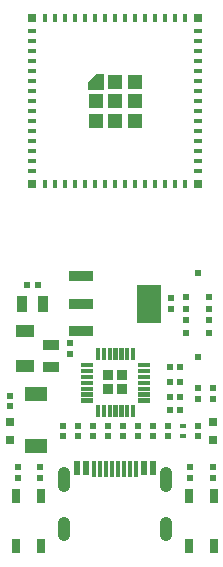
<source format=gtp>
G75*
%MOIN*%
%OFA0B0*%
%FSLAX25Y25*%
%IPPOS*%
%LPD*%
%AMOC8*
5,1,8,0,0,1.08239X$1,22.5*
%
%ADD10R,0.02362X0.05118*%
%ADD11R,0.01181X0.05709*%
%ADD12C,0.04134*%
%ADD13R,0.02559X0.04724*%
%ADD14R,0.08465X0.03740*%
%ADD15R,0.08465X0.12795*%
%ADD16R,0.02441X0.02441*%
%ADD17R,0.07480X0.04724*%
%ADD18R,0.05512X0.03543*%
%ADD19R,0.03543X0.05512*%
%ADD20R,0.03150X0.03150*%
%ADD21R,0.01969X0.01575*%
%ADD22R,0.01969X0.02362*%
%ADD23R,0.03780X0.03780*%
%ADD24C,0.00080*%
%ADD25R,0.06299X0.03937*%
%ADD26C,0.00039*%
%ADD27R,0.03150X0.01575*%
%ADD28R,0.01575X0.03150*%
%ADD29R,0.04724X0.04724*%
D10*
X0041505Y0034066D03*
X0044654Y0034066D03*
X0063946Y0034066D03*
X0067095Y0034066D03*
D11*
X0061190Y0033770D03*
X0059221Y0033770D03*
X0057253Y0033770D03*
X0055284Y0033770D03*
X0053316Y0033770D03*
X0051347Y0033770D03*
X0049379Y0033770D03*
X0047410Y0033770D03*
D12*
X0037292Y0032240D02*
X0037292Y0028106D01*
X0037292Y0015778D02*
X0037292Y0011644D01*
X0071308Y0011644D02*
X0071308Y0015778D01*
X0071308Y0028106D02*
X0071308Y0032240D01*
D13*
X0021318Y0007835D03*
X0029782Y0007835D03*
X0029782Y0024765D03*
X0021318Y0024765D03*
X0078818Y0024765D03*
X0087282Y0024765D03*
X0087282Y0007835D03*
X0078818Y0007835D03*
D14*
X0042883Y0079745D03*
X0042883Y0088800D03*
X0042883Y0097855D03*
D15*
X0065717Y0088800D03*
D16*
X0073050Y0087028D03*
X0073050Y0090572D03*
X0078050Y0086822D03*
X0078050Y0083278D03*
X0085550Y0083278D03*
X0085550Y0086822D03*
X0076072Y0067550D03*
X0076072Y0062550D03*
X0076072Y0057550D03*
X0076072Y0053175D03*
X0072528Y0053175D03*
X0072528Y0057550D03*
X0072528Y0062550D03*
X0072528Y0067550D03*
X0081800Y0060572D03*
X0081800Y0057028D03*
X0086800Y0057028D03*
X0086800Y0060572D03*
X0081800Y0048072D03*
X0081800Y0044528D03*
X0079300Y0034322D03*
X0079300Y0030778D03*
X0086800Y0030778D03*
X0086800Y0034322D03*
X0071800Y0044528D03*
X0071800Y0048072D03*
X0066800Y0048072D03*
X0066800Y0044528D03*
X0061800Y0044528D03*
X0061800Y0048072D03*
X0056800Y0048072D03*
X0056800Y0044528D03*
X0051800Y0044528D03*
X0051800Y0048072D03*
X0046800Y0048072D03*
X0046800Y0044528D03*
X0041800Y0044528D03*
X0041800Y0048072D03*
X0036800Y0048072D03*
X0036800Y0044528D03*
X0029300Y0034322D03*
X0029300Y0030778D03*
X0021800Y0030778D03*
X0021800Y0034322D03*
X0019300Y0054528D03*
X0019300Y0058072D03*
X0025028Y0095050D03*
X0028572Y0095050D03*
X0039300Y0075572D03*
X0039300Y0072028D03*
D17*
X0028050Y0058711D03*
X0028050Y0041389D03*
D18*
X0033050Y0067757D03*
X0033050Y0074843D03*
D19*
X0030343Y0088800D03*
X0023257Y0088800D03*
D20*
X0019300Y0049253D03*
X0019300Y0043347D03*
X0026741Y0128741D03*
X0026741Y0183859D03*
X0081859Y0183859D03*
X0081859Y0128741D03*
X0086800Y0049253D03*
X0086800Y0043347D03*
D21*
X0076800Y0044725D03*
X0076800Y0047875D03*
D22*
X0081800Y0071113D03*
X0078060Y0078987D03*
X0078060Y0091113D03*
X0081800Y0098987D03*
X0085540Y0091113D03*
X0085540Y0078987D03*
D23*
X0056702Y0064952D03*
X0056702Y0060148D03*
X0051898Y0060148D03*
X0051898Y0064952D03*
D24*
X0051800Y0070169D02*
X0051800Y0073829D01*
X0052862Y0073829D01*
X0052862Y0070169D01*
X0051800Y0070169D01*
X0051800Y0070248D02*
X0052862Y0070248D01*
X0052862Y0070327D02*
X0051800Y0070327D01*
X0051800Y0070406D02*
X0052862Y0070406D01*
X0052862Y0070485D02*
X0051800Y0070485D01*
X0051800Y0070564D02*
X0052862Y0070564D01*
X0052862Y0070643D02*
X0051800Y0070643D01*
X0051800Y0070722D02*
X0052862Y0070722D01*
X0052862Y0070801D02*
X0051800Y0070801D01*
X0051800Y0070880D02*
X0052862Y0070880D01*
X0052862Y0070959D02*
X0051800Y0070959D01*
X0051800Y0071038D02*
X0052862Y0071038D01*
X0052862Y0071117D02*
X0051800Y0071117D01*
X0051800Y0071196D02*
X0052862Y0071196D01*
X0052862Y0071275D02*
X0051800Y0071275D01*
X0051800Y0071354D02*
X0052862Y0071354D01*
X0052862Y0071433D02*
X0051800Y0071433D01*
X0051800Y0071512D02*
X0052862Y0071512D01*
X0052862Y0071591D02*
X0051800Y0071591D01*
X0051800Y0071670D02*
X0052862Y0071670D01*
X0052862Y0071749D02*
X0051800Y0071749D01*
X0051800Y0071828D02*
X0052862Y0071828D01*
X0052862Y0071907D02*
X0051800Y0071907D01*
X0051800Y0071986D02*
X0052862Y0071986D01*
X0052862Y0072065D02*
X0051800Y0072065D01*
X0051800Y0072144D02*
X0052862Y0072144D01*
X0052862Y0072223D02*
X0051800Y0072223D01*
X0051800Y0072302D02*
X0052862Y0072302D01*
X0052862Y0072381D02*
X0051800Y0072381D01*
X0051800Y0072460D02*
X0052862Y0072460D01*
X0052862Y0072539D02*
X0051800Y0072539D01*
X0051800Y0072618D02*
X0052862Y0072618D01*
X0052862Y0072697D02*
X0051800Y0072697D01*
X0051800Y0072776D02*
X0052862Y0072776D01*
X0052862Y0072855D02*
X0051800Y0072855D01*
X0051800Y0072934D02*
X0052862Y0072934D01*
X0052862Y0073013D02*
X0051800Y0073013D01*
X0051800Y0073092D02*
X0052862Y0073092D01*
X0052862Y0073171D02*
X0051800Y0073171D01*
X0051800Y0073250D02*
X0052862Y0073250D01*
X0052862Y0073329D02*
X0051800Y0073329D01*
X0051800Y0073408D02*
X0052862Y0073408D01*
X0052862Y0073487D02*
X0051800Y0073487D01*
X0051800Y0073566D02*
X0052862Y0073566D01*
X0052862Y0073645D02*
X0051800Y0073645D01*
X0051800Y0073724D02*
X0052862Y0073724D01*
X0052862Y0073803D02*
X0051800Y0073803D01*
X0049832Y0073829D02*
X0049832Y0070169D01*
X0049832Y0073829D02*
X0050894Y0073829D01*
X0050894Y0070169D01*
X0049832Y0070169D01*
X0049832Y0070248D02*
X0050894Y0070248D01*
X0050894Y0070327D02*
X0049832Y0070327D01*
X0049832Y0070406D02*
X0050894Y0070406D01*
X0050894Y0070485D02*
X0049832Y0070485D01*
X0049832Y0070564D02*
X0050894Y0070564D01*
X0050894Y0070643D02*
X0049832Y0070643D01*
X0049832Y0070722D02*
X0050894Y0070722D01*
X0050894Y0070801D02*
X0049832Y0070801D01*
X0049832Y0070880D02*
X0050894Y0070880D01*
X0050894Y0070959D02*
X0049832Y0070959D01*
X0049832Y0071038D02*
X0050894Y0071038D01*
X0050894Y0071117D02*
X0049832Y0071117D01*
X0049832Y0071196D02*
X0050894Y0071196D01*
X0050894Y0071275D02*
X0049832Y0071275D01*
X0049832Y0071354D02*
X0050894Y0071354D01*
X0050894Y0071433D02*
X0049832Y0071433D01*
X0049832Y0071512D02*
X0050894Y0071512D01*
X0050894Y0071591D02*
X0049832Y0071591D01*
X0049832Y0071670D02*
X0050894Y0071670D01*
X0050894Y0071749D02*
X0049832Y0071749D01*
X0049832Y0071828D02*
X0050894Y0071828D01*
X0050894Y0071907D02*
X0049832Y0071907D01*
X0049832Y0071986D02*
X0050894Y0071986D01*
X0050894Y0072065D02*
X0049832Y0072065D01*
X0049832Y0072144D02*
X0050894Y0072144D01*
X0050894Y0072223D02*
X0049832Y0072223D01*
X0049832Y0072302D02*
X0050894Y0072302D01*
X0050894Y0072381D02*
X0049832Y0072381D01*
X0049832Y0072460D02*
X0050894Y0072460D01*
X0050894Y0072539D02*
X0049832Y0072539D01*
X0049832Y0072618D02*
X0050894Y0072618D01*
X0050894Y0072697D02*
X0049832Y0072697D01*
X0049832Y0072776D02*
X0050894Y0072776D01*
X0050894Y0072855D02*
X0049832Y0072855D01*
X0049832Y0072934D02*
X0050894Y0072934D01*
X0050894Y0073013D02*
X0049832Y0073013D01*
X0049832Y0073092D02*
X0050894Y0073092D01*
X0050894Y0073171D02*
X0049832Y0073171D01*
X0049832Y0073250D02*
X0050894Y0073250D01*
X0050894Y0073329D02*
X0049832Y0073329D01*
X0049832Y0073408D02*
X0050894Y0073408D01*
X0050894Y0073487D02*
X0049832Y0073487D01*
X0049832Y0073566D02*
X0050894Y0073566D01*
X0050894Y0073645D02*
X0049832Y0073645D01*
X0049832Y0073724D02*
X0050894Y0073724D01*
X0050894Y0073803D02*
X0049832Y0073803D01*
X0047863Y0073829D02*
X0047863Y0070169D01*
X0047863Y0073829D02*
X0048925Y0073829D01*
X0048925Y0070169D01*
X0047863Y0070169D01*
X0047863Y0070248D02*
X0048925Y0070248D01*
X0048925Y0070327D02*
X0047863Y0070327D01*
X0047863Y0070406D02*
X0048925Y0070406D01*
X0048925Y0070485D02*
X0047863Y0070485D01*
X0047863Y0070564D02*
X0048925Y0070564D01*
X0048925Y0070643D02*
X0047863Y0070643D01*
X0047863Y0070722D02*
X0048925Y0070722D01*
X0048925Y0070801D02*
X0047863Y0070801D01*
X0047863Y0070880D02*
X0048925Y0070880D01*
X0048925Y0070959D02*
X0047863Y0070959D01*
X0047863Y0071038D02*
X0048925Y0071038D01*
X0048925Y0071117D02*
X0047863Y0071117D01*
X0047863Y0071196D02*
X0048925Y0071196D01*
X0048925Y0071275D02*
X0047863Y0071275D01*
X0047863Y0071354D02*
X0048925Y0071354D01*
X0048925Y0071433D02*
X0047863Y0071433D01*
X0047863Y0071512D02*
X0048925Y0071512D01*
X0048925Y0071591D02*
X0047863Y0071591D01*
X0047863Y0071670D02*
X0048925Y0071670D01*
X0048925Y0071749D02*
X0047863Y0071749D01*
X0047863Y0071828D02*
X0048925Y0071828D01*
X0048925Y0071907D02*
X0047863Y0071907D01*
X0047863Y0071986D02*
X0048925Y0071986D01*
X0048925Y0072065D02*
X0047863Y0072065D01*
X0047863Y0072144D02*
X0048925Y0072144D01*
X0048925Y0072223D02*
X0047863Y0072223D01*
X0047863Y0072302D02*
X0048925Y0072302D01*
X0048925Y0072381D02*
X0047863Y0072381D01*
X0047863Y0072460D02*
X0048925Y0072460D01*
X0048925Y0072539D02*
X0047863Y0072539D01*
X0047863Y0072618D02*
X0048925Y0072618D01*
X0048925Y0072697D02*
X0047863Y0072697D01*
X0047863Y0072776D02*
X0048925Y0072776D01*
X0048925Y0072855D02*
X0047863Y0072855D01*
X0047863Y0072934D02*
X0048925Y0072934D01*
X0048925Y0073013D02*
X0047863Y0073013D01*
X0047863Y0073092D02*
X0048925Y0073092D01*
X0048925Y0073171D02*
X0047863Y0073171D01*
X0047863Y0073250D02*
X0048925Y0073250D01*
X0048925Y0073329D02*
X0047863Y0073329D01*
X0047863Y0073408D02*
X0048925Y0073408D01*
X0048925Y0073487D02*
X0047863Y0073487D01*
X0047863Y0073566D02*
X0048925Y0073566D01*
X0048925Y0073645D02*
X0047863Y0073645D01*
X0047863Y0073724D02*
X0048925Y0073724D01*
X0048925Y0073803D02*
X0047863Y0073803D01*
X0046681Y0067925D02*
X0043021Y0067925D01*
X0043021Y0068987D01*
X0046681Y0068987D01*
X0046681Y0067925D01*
X0046681Y0068004D02*
X0043021Y0068004D01*
X0043021Y0068083D02*
X0046681Y0068083D01*
X0046681Y0068162D02*
X0043021Y0068162D01*
X0043021Y0068241D02*
X0046681Y0068241D01*
X0046681Y0068320D02*
X0043021Y0068320D01*
X0043021Y0068399D02*
X0046681Y0068399D01*
X0046681Y0068478D02*
X0043021Y0068478D01*
X0043021Y0068557D02*
X0046681Y0068557D01*
X0046681Y0068636D02*
X0043021Y0068636D01*
X0043021Y0068715D02*
X0046681Y0068715D01*
X0046681Y0068794D02*
X0043021Y0068794D01*
X0043021Y0068873D02*
X0046681Y0068873D01*
X0046681Y0068952D02*
X0043021Y0068952D01*
X0043021Y0065956D02*
X0046681Y0065956D01*
X0043021Y0065956D02*
X0043021Y0067018D01*
X0046681Y0067018D01*
X0046681Y0065956D01*
X0046681Y0066035D02*
X0043021Y0066035D01*
X0043021Y0066114D02*
X0046681Y0066114D01*
X0046681Y0066193D02*
X0043021Y0066193D01*
X0043021Y0066272D02*
X0046681Y0066272D01*
X0046681Y0066351D02*
X0043021Y0066351D01*
X0043021Y0066430D02*
X0046681Y0066430D01*
X0046681Y0066509D02*
X0043021Y0066509D01*
X0043021Y0066588D02*
X0046681Y0066588D01*
X0046681Y0066667D02*
X0043021Y0066667D01*
X0043021Y0066746D02*
X0046681Y0066746D01*
X0046681Y0066825D02*
X0043021Y0066825D01*
X0043021Y0066904D02*
X0046681Y0066904D01*
X0046681Y0066983D02*
X0043021Y0066983D01*
X0043021Y0063988D02*
X0046681Y0063988D01*
X0043021Y0063988D02*
X0043021Y0065050D01*
X0046681Y0065050D01*
X0046681Y0063988D01*
X0046681Y0064067D02*
X0043021Y0064067D01*
X0043021Y0064146D02*
X0046681Y0064146D01*
X0046681Y0064225D02*
X0043021Y0064225D01*
X0043021Y0064304D02*
X0046681Y0064304D01*
X0046681Y0064383D02*
X0043021Y0064383D01*
X0043021Y0064462D02*
X0046681Y0064462D01*
X0046681Y0064541D02*
X0043021Y0064541D01*
X0043021Y0064620D02*
X0046681Y0064620D01*
X0046681Y0064699D02*
X0043021Y0064699D01*
X0043021Y0064778D02*
X0046681Y0064778D01*
X0046681Y0064857D02*
X0043021Y0064857D01*
X0043021Y0064936D02*
X0046681Y0064936D01*
X0046681Y0065015D02*
X0043021Y0065015D01*
X0043021Y0062019D02*
X0046681Y0062019D01*
X0043021Y0062019D02*
X0043021Y0063081D01*
X0046681Y0063081D01*
X0046681Y0062019D01*
X0046681Y0062098D02*
X0043021Y0062098D01*
X0043021Y0062177D02*
X0046681Y0062177D01*
X0046681Y0062256D02*
X0043021Y0062256D01*
X0043021Y0062335D02*
X0046681Y0062335D01*
X0046681Y0062414D02*
X0043021Y0062414D01*
X0043021Y0062493D02*
X0046681Y0062493D01*
X0046681Y0062572D02*
X0043021Y0062572D01*
X0043021Y0062651D02*
X0046681Y0062651D01*
X0046681Y0062730D02*
X0043021Y0062730D01*
X0043021Y0062809D02*
X0046681Y0062809D01*
X0046681Y0062888D02*
X0043021Y0062888D01*
X0043021Y0062967D02*
X0046681Y0062967D01*
X0046681Y0063046D02*
X0043021Y0063046D01*
X0043021Y0060050D02*
X0046681Y0060050D01*
X0043021Y0060050D02*
X0043021Y0061112D01*
X0046681Y0061112D01*
X0046681Y0060050D01*
X0046681Y0060129D02*
X0043021Y0060129D01*
X0043021Y0060208D02*
X0046681Y0060208D01*
X0046681Y0060287D02*
X0043021Y0060287D01*
X0043021Y0060366D02*
X0046681Y0060366D01*
X0046681Y0060445D02*
X0043021Y0060445D01*
X0043021Y0060524D02*
X0046681Y0060524D01*
X0046681Y0060603D02*
X0043021Y0060603D01*
X0043021Y0060682D02*
X0046681Y0060682D01*
X0046681Y0060761D02*
X0043021Y0060761D01*
X0043021Y0060840D02*
X0046681Y0060840D01*
X0046681Y0060919D02*
X0043021Y0060919D01*
X0043021Y0060998D02*
X0046681Y0060998D01*
X0046681Y0061077D02*
X0043021Y0061077D01*
X0043021Y0058082D02*
X0046681Y0058082D01*
X0043021Y0058082D02*
X0043021Y0059144D01*
X0046681Y0059144D01*
X0046681Y0058082D01*
X0046681Y0058161D02*
X0043021Y0058161D01*
X0043021Y0058240D02*
X0046681Y0058240D01*
X0046681Y0058319D02*
X0043021Y0058319D01*
X0043021Y0058398D02*
X0046681Y0058398D01*
X0046681Y0058477D02*
X0043021Y0058477D01*
X0043021Y0058556D02*
X0046681Y0058556D01*
X0046681Y0058635D02*
X0043021Y0058635D01*
X0043021Y0058714D02*
X0046681Y0058714D01*
X0046681Y0058793D02*
X0043021Y0058793D01*
X0043021Y0058872D02*
X0046681Y0058872D01*
X0046681Y0058951D02*
X0043021Y0058951D01*
X0043021Y0059030D02*
X0046681Y0059030D01*
X0046681Y0059109D02*
X0043021Y0059109D01*
X0043021Y0056113D02*
X0046681Y0056113D01*
X0043021Y0056113D02*
X0043021Y0057175D01*
X0046681Y0057175D01*
X0046681Y0056113D01*
X0046681Y0056192D02*
X0043021Y0056192D01*
X0043021Y0056271D02*
X0046681Y0056271D01*
X0046681Y0056350D02*
X0043021Y0056350D01*
X0043021Y0056429D02*
X0046681Y0056429D01*
X0046681Y0056508D02*
X0043021Y0056508D01*
X0043021Y0056587D02*
X0046681Y0056587D01*
X0046681Y0056666D02*
X0043021Y0056666D01*
X0043021Y0056745D02*
X0046681Y0056745D01*
X0046681Y0056824D02*
X0043021Y0056824D01*
X0043021Y0056903D02*
X0046681Y0056903D01*
X0046681Y0056982D02*
X0043021Y0056982D01*
X0043021Y0057061D02*
X0046681Y0057061D01*
X0046681Y0057140D02*
X0043021Y0057140D01*
X0048925Y0054931D02*
X0048925Y0051271D01*
X0047863Y0051271D01*
X0047863Y0054931D01*
X0048925Y0054931D01*
X0048925Y0051350D02*
X0047863Y0051350D01*
X0047863Y0051429D02*
X0048925Y0051429D01*
X0048925Y0051508D02*
X0047863Y0051508D01*
X0047863Y0051587D02*
X0048925Y0051587D01*
X0048925Y0051666D02*
X0047863Y0051666D01*
X0047863Y0051745D02*
X0048925Y0051745D01*
X0048925Y0051824D02*
X0047863Y0051824D01*
X0047863Y0051903D02*
X0048925Y0051903D01*
X0048925Y0051982D02*
X0047863Y0051982D01*
X0047863Y0052061D02*
X0048925Y0052061D01*
X0048925Y0052140D02*
X0047863Y0052140D01*
X0047863Y0052219D02*
X0048925Y0052219D01*
X0048925Y0052298D02*
X0047863Y0052298D01*
X0047863Y0052377D02*
X0048925Y0052377D01*
X0048925Y0052456D02*
X0047863Y0052456D01*
X0047863Y0052535D02*
X0048925Y0052535D01*
X0048925Y0052614D02*
X0047863Y0052614D01*
X0047863Y0052693D02*
X0048925Y0052693D01*
X0048925Y0052772D02*
X0047863Y0052772D01*
X0047863Y0052851D02*
X0048925Y0052851D01*
X0048925Y0052930D02*
X0047863Y0052930D01*
X0047863Y0053009D02*
X0048925Y0053009D01*
X0048925Y0053088D02*
X0047863Y0053088D01*
X0047863Y0053167D02*
X0048925Y0053167D01*
X0048925Y0053246D02*
X0047863Y0053246D01*
X0047863Y0053325D02*
X0048925Y0053325D01*
X0048925Y0053404D02*
X0047863Y0053404D01*
X0047863Y0053483D02*
X0048925Y0053483D01*
X0048925Y0053562D02*
X0047863Y0053562D01*
X0047863Y0053641D02*
X0048925Y0053641D01*
X0048925Y0053720D02*
X0047863Y0053720D01*
X0047863Y0053799D02*
X0048925Y0053799D01*
X0048925Y0053878D02*
X0047863Y0053878D01*
X0047863Y0053957D02*
X0048925Y0053957D01*
X0048925Y0054036D02*
X0047863Y0054036D01*
X0047863Y0054115D02*
X0048925Y0054115D01*
X0048925Y0054194D02*
X0047863Y0054194D01*
X0047863Y0054273D02*
X0048925Y0054273D01*
X0048925Y0054352D02*
X0047863Y0054352D01*
X0047863Y0054431D02*
X0048925Y0054431D01*
X0048925Y0054510D02*
X0047863Y0054510D01*
X0047863Y0054589D02*
X0048925Y0054589D01*
X0048925Y0054668D02*
X0047863Y0054668D01*
X0047863Y0054747D02*
X0048925Y0054747D01*
X0048925Y0054826D02*
X0047863Y0054826D01*
X0047863Y0054905D02*
X0048925Y0054905D01*
X0050894Y0054931D02*
X0050894Y0051271D01*
X0049832Y0051271D01*
X0049832Y0054931D01*
X0050894Y0054931D01*
X0050894Y0051350D02*
X0049832Y0051350D01*
X0049832Y0051429D02*
X0050894Y0051429D01*
X0050894Y0051508D02*
X0049832Y0051508D01*
X0049832Y0051587D02*
X0050894Y0051587D01*
X0050894Y0051666D02*
X0049832Y0051666D01*
X0049832Y0051745D02*
X0050894Y0051745D01*
X0050894Y0051824D02*
X0049832Y0051824D01*
X0049832Y0051903D02*
X0050894Y0051903D01*
X0050894Y0051982D02*
X0049832Y0051982D01*
X0049832Y0052061D02*
X0050894Y0052061D01*
X0050894Y0052140D02*
X0049832Y0052140D01*
X0049832Y0052219D02*
X0050894Y0052219D01*
X0050894Y0052298D02*
X0049832Y0052298D01*
X0049832Y0052377D02*
X0050894Y0052377D01*
X0050894Y0052456D02*
X0049832Y0052456D01*
X0049832Y0052535D02*
X0050894Y0052535D01*
X0050894Y0052614D02*
X0049832Y0052614D01*
X0049832Y0052693D02*
X0050894Y0052693D01*
X0050894Y0052772D02*
X0049832Y0052772D01*
X0049832Y0052851D02*
X0050894Y0052851D01*
X0050894Y0052930D02*
X0049832Y0052930D01*
X0049832Y0053009D02*
X0050894Y0053009D01*
X0050894Y0053088D02*
X0049832Y0053088D01*
X0049832Y0053167D02*
X0050894Y0053167D01*
X0050894Y0053246D02*
X0049832Y0053246D01*
X0049832Y0053325D02*
X0050894Y0053325D01*
X0050894Y0053404D02*
X0049832Y0053404D01*
X0049832Y0053483D02*
X0050894Y0053483D01*
X0050894Y0053562D02*
X0049832Y0053562D01*
X0049832Y0053641D02*
X0050894Y0053641D01*
X0050894Y0053720D02*
X0049832Y0053720D01*
X0049832Y0053799D02*
X0050894Y0053799D01*
X0050894Y0053878D02*
X0049832Y0053878D01*
X0049832Y0053957D02*
X0050894Y0053957D01*
X0050894Y0054036D02*
X0049832Y0054036D01*
X0049832Y0054115D02*
X0050894Y0054115D01*
X0050894Y0054194D02*
X0049832Y0054194D01*
X0049832Y0054273D02*
X0050894Y0054273D01*
X0050894Y0054352D02*
X0049832Y0054352D01*
X0049832Y0054431D02*
X0050894Y0054431D01*
X0050894Y0054510D02*
X0049832Y0054510D01*
X0049832Y0054589D02*
X0050894Y0054589D01*
X0050894Y0054668D02*
X0049832Y0054668D01*
X0049832Y0054747D02*
X0050894Y0054747D01*
X0050894Y0054826D02*
X0049832Y0054826D01*
X0049832Y0054905D02*
X0050894Y0054905D01*
X0052862Y0054931D02*
X0052862Y0051271D01*
X0051800Y0051271D01*
X0051800Y0054931D01*
X0052862Y0054931D01*
X0052862Y0051350D02*
X0051800Y0051350D01*
X0051800Y0051429D02*
X0052862Y0051429D01*
X0052862Y0051508D02*
X0051800Y0051508D01*
X0051800Y0051587D02*
X0052862Y0051587D01*
X0052862Y0051666D02*
X0051800Y0051666D01*
X0051800Y0051745D02*
X0052862Y0051745D01*
X0052862Y0051824D02*
X0051800Y0051824D01*
X0051800Y0051903D02*
X0052862Y0051903D01*
X0052862Y0051982D02*
X0051800Y0051982D01*
X0051800Y0052061D02*
X0052862Y0052061D01*
X0052862Y0052140D02*
X0051800Y0052140D01*
X0051800Y0052219D02*
X0052862Y0052219D01*
X0052862Y0052298D02*
X0051800Y0052298D01*
X0051800Y0052377D02*
X0052862Y0052377D01*
X0052862Y0052456D02*
X0051800Y0052456D01*
X0051800Y0052535D02*
X0052862Y0052535D01*
X0052862Y0052614D02*
X0051800Y0052614D01*
X0051800Y0052693D02*
X0052862Y0052693D01*
X0052862Y0052772D02*
X0051800Y0052772D01*
X0051800Y0052851D02*
X0052862Y0052851D01*
X0052862Y0052930D02*
X0051800Y0052930D01*
X0051800Y0053009D02*
X0052862Y0053009D01*
X0052862Y0053088D02*
X0051800Y0053088D01*
X0051800Y0053167D02*
X0052862Y0053167D01*
X0052862Y0053246D02*
X0051800Y0053246D01*
X0051800Y0053325D02*
X0052862Y0053325D01*
X0052862Y0053404D02*
X0051800Y0053404D01*
X0051800Y0053483D02*
X0052862Y0053483D01*
X0052862Y0053562D02*
X0051800Y0053562D01*
X0051800Y0053641D02*
X0052862Y0053641D01*
X0052862Y0053720D02*
X0051800Y0053720D01*
X0051800Y0053799D02*
X0052862Y0053799D01*
X0052862Y0053878D02*
X0051800Y0053878D01*
X0051800Y0053957D02*
X0052862Y0053957D01*
X0052862Y0054036D02*
X0051800Y0054036D01*
X0051800Y0054115D02*
X0052862Y0054115D01*
X0052862Y0054194D02*
X0051800Y0054194D01*
X0051800Y0054273D02*
X0052862Y0054273D01*
X0052862Y0054352D02*
X0051800Y0054352D01*
X0051800Y0054431D02*
X0052862Y0054431D01*
X0052862Y0054510D02*
X0051800Y0054510D01*
X0051800Y0054589D02*
X0052862Y0054589D01*
X0052862Y0054668D02*
X0051800Y0054668D01*
X0051800Y0054747D02*
X0052862Y0054747D01*
X0052862Y0054826D02*
X0051800Y0054826D01*
X0051800Y0054905D02*
X0052862Y0054905D01*
X0054831Y0054931D02*
X0054831Y0051271D01*
X0053769Y0051271D01*
X0053769Y0054931D01*
X0054831Y0054931D01*
X0054831Y0051350D02*
X0053769Y0051350D01*
X0053769Y0051429D02*
X0054831Y0051429D01*
X0054831Y0051508D02*
X0053769Y0051508D01*
X0053769Y0051587D02*
X0054831Y0051587D01*
X0054831Y0051666D02*
X0053769Y0051666D01*
X0053769Y0051745D02*
X0054831Y0051745D01*
X0054831Y0051824D02*
X0053769Y0051824D01*
X0053769Y0051903D02*
X0054831Y0051903D01*
X0054831Y0051982D02*
X0053769Y0051982D01*
X0053769Y0052061D02*
X0054831Y0052061D01*
X0054831Y0052140D02*
X0053769Y0052140D01*
X0053769Y0052219D02*
X0054831Y0052219D01*
X0054831Y0052298D02*
X0053769Y0052298D01*
X0053769Y0052377D02*
X0054831Y0052377D01*
X0054831Y0052456D02*
X0053769Y0052456D01*
X0053769Y0052535D02*
X0054831Y0052535D01*
X0054831Y0052614D02*
X0053769Y0052614D01*
X0053769Y0052693D02*
X0054831Y0052693D01*
X0054831Y0052772D02*
X0053769Y0052772D01*
X0053769Y0052851D02*
X0054831Y0052851D01*
X0054831Y0052930D02*
X0053769Y0052930D01*
X0053769Y0053009D02*
X0054831Y0053009D01*
X0054831Y0053088D02*
X0053769Y0053088D01*
X0053769Y0053167D02*
X0054831Y0053167D01*
X0054831Y0053246D02*
X0053769Y0053246D01*
X0053769Y0053325D02*
X0054831Y0053325D01*
X0054831Y0053404D02*
X0053769Y0053404D01*
X0053769Y0053483D02*
X0054831Y0053483D01*
X0054831Y0053562D02*
X0053769Y0053562D01*
X0053769Y0053641D02*
X0054831Y0053641D01*
X0054831Y0053720D02*
X0053769Y0053720D01*
X0053769Y0053799D02*
X0054831Y0053799D01*
X0054831Y0053878D02*
X0053769Y0053878D01*
X0053769Y0053957D02*
X0054831Y0053957D01*
X0054831Y0054036D02*
X0053769Y0054036D01*
X0053769Y0054115D02*
X0054831Y0054115D01*
X0054831Y0054194D02*
X0053769Y0054194D01*
X0053769Y0054273D02*
X0054831Y0054273D01*
X0054831Y0054352D02*
X0053769Y0054352D01*
X0053769Y0054431D02*
X0054831Y0054431D01*
X0054831Y0054510D02*
X0053769Y0054510D01*
X0053769Y0054589D02*
X0054831Y0054589D01*
X0054831Y0054668D02*
X0053769Y0054668D01*
X0053769Y0054747D02*
X0054831Y0054747D01*
X0054831Y0054826D02*
X0053769Y0054826D01*
X0053769Y0054905D02*
X0054831Y0054905D01*
X0056800Y0054931D02*
X0056800Y0051271D01*
X0055738Y0051271D01*
X0055738Y0054931D01*
X0056800Y0054931D01*
X0056800Y0051350D02*
X0055738Y0051350D01*
X0055738Y0051429D02*
X0056800Y0051429D01*
X0056800Y0051508D02*
X0055738Y0051508D01*
X0055738Y0051587D02*
X0056800Y0051587D01*
X0056800Y0051666D02*
X0055738Y0051666D01*
X0055738Y0051745D02*
X0056800Y0051745D01*
X0056800Y0051824D02*
X0055738Y0051824D01*
X0055738Y0051903D02*
X0056800Y0051903D01*
X0056800Y0051982D02*
X0055738Y0051982D01*
X0055738Y0052061D02*
X0056800Y0052061D01*
X0056800Y0052140D02*
X0055738Y0052140D01*
X0055738Y0052219D02*
X0056800Y0052219D01*
X0056800Y0052298D02*
X0055738Y0052298D01*
X0055738Y0052377D02*
X0056800Y0052377D01*
X0056800Y0052456D02*
X0055738Y0052456D01*
X0055738Y0052535D02*
X0056800Y0052535D01*
X0056800Y0052614D02*
X0055738Y0052614D01*
X0055738Y0052693D02*
X0056800Y0052693D01*
X0056800Y0052772D02*
X0055738Y0052772D01*
X0055738Y0052851D02*
X0056800Y0052851D01*
X0056800Y0052930D02*
X0055738Y0052930D01*
X0055738Y0053009D02*
X0056800Y0053009D01*
X0056800Y0053088D02*
X0055738Y0053088D01*
X0055738Y0053167D02*
X0056800Y0053167D01*
X0056800Y0053246D02*
X0055738Y0053246D01*
X0055738Y0053325D02*
X0056800Y0053325D01*
X0056800Y0053404D02*
X0055738Y0053404D01*
X0055738Y0053483D02*
X0056800Y0053483D01*
X0056800Y0053562D02*
X0055738Y0053562D01*
X0055738Y0053641D02*
X0056800Y0053641D01*
X0056800Y0053720D02*
X0055738Y0053720D01*
X0055738Y0053799D02*
X0056800Y0053799D01*
X0056800Y0053878D02*
X0055738Y0053878D01*
X0055738Y0053957D02*
X0056800Y0053957D01*
X0056800Y0054036D02*
X0055738Y0054036D01*
X0055738Y0054115D02*
X0056800Y0054115D01*
X0056800Y0054194D02*
X0055738Y0054194D01*
X0055738Y0054273D02*
X0056800Y0054273D01*
X0056800Y0054352D02*
X0055738Y0054352D01*
X0055738Y0054431D02*
X0056800Y0054431D01*
X0056800Y0054510D02*
X0055738Y0054510D01*
X0055738Y0054589D02*
X0056800Y0054589D01*
X0056800Y0054668D02*
X0055738Y0054668D01*
X0055738Y0054747D02*
X0056800Y0054747D01*
X0056800Y0054826D02*
X0055738Y0054826D01*
X0055738Y0054905D02*
X0056800Y0054905D01*
X0058768Y0054931D02*
X0058768Y0051271D01*
X0057706Y0051271D01*
X0057706Y0054931D01*
X0058768Y0054931D01*
X0058768Y0051350D02*
X0057706Y0051350D01*
X0057706Y0051429D02*
X0058768Y0051429D01*
X0058768Y0051508D02*
X0057706Y0051508D01*
X0057706Y0051587D02*
X0058768Y0051587D01*
X0058768Y0051666D02*
X0057706Y0051666D01*
X0057706Y0051745D02*
X0058768Y0051745D01*
X0058768Y0051824D02*
X0057706Y0051824D01*
X0057706Y0051903D02*
X0058768Y0051903D01*
X0058768Y0051982D02*
X0057706Y0051982D01*
X0057706Y0052061D02*
X0058768Y0052061D01*
X0058768Y0052140D02*
X0057706Y0052140D01*
X0057706Y0052219D02*
X0058768Y0052219D01*
X0058768Y0052298D02*
X0057706Y0052298D01*
X0057706Y0052377D02*
X0058768Y0052377D01*
X0058768Y0052456D02*
X0057706Y0052456D01*
X0057706Y0052535D02*
X0058768Y0052535D01*
X0058768Y0052614D02*
X0057706Y0052614D01*
X0057706Y0052693D02*
X0058768Y0052693D01*
X0058768Y0052772D02*
X0057706Y0052772D01*
X0057706Y0052851D02*
X0058768Y0052851D01*
X0058768Y0052930D02*
X0057706Y0052930D01*
X0057706Y0053009D02*
X0058768Y0053009D01*
X0058768Y0053088D02*
X0057706Y0053088D01*
X0057706Y0053167D02*
X0058768Y0053167D01*
X0058768Y0053246D02*
X0057706Y0053246D01*
X0057706Y0053325D02*
X0058768Y0053325D01*
X0058768Y0053404D02*
X0057706Y0053404D01*
X0057706Y0053483D02*
X0058768Y0053483D01*
X0058768Y0053562D02*
X0057706Y0053562D01*
X0057706Y0053641D02*
X0058768Y0053641D01*
X0058768Y0053720D02*
X0057706Y0053720D01*
X0057706Y0053799D02*
X0058768Y0053799D01*
X0058768Y0053878D02*
X0057706Y0053878D01*
X0057706Y0053957D02*
X0058768Y0053957D01*
X0058768Y0054036D02*
X0057706Y0054036D01*
X0057706Y0054115D02*
X0058768Y0054115D01*
X0058768Y0054194D02*
X0057706Y0054194D01*
X0057706Y0054273D02*
X0058768Y0054273D01*
X0058768Y0054352D02*
X0057706Y0054352D01*
X0057706Y0054431D02*
X0058768Y0054431D01*
X0058768Y0054510D02*
X0057706Y0054510D01*
X0057706Y0054589D02*
X0058768Y0054589D01*
X0058768Y0054668D02*
X0057706Y0054668D01*
X0057706Y0054747D02*
X0058768Y0054747D01*
X0058768Y0054826D02*
X0057706Y0054826D01*
X0057706Y0054905D02*
X0058768Y0054905D01*
X0060737Y0054931D02*
X0060737Y0051271D01*
X0059675Y0051271D01*
X0059675Y0054931D01*
X0060737Y0054931D01*
X0060737Y0051350D02*
X0059675Y0051350D01*
X0059675Y0051429D02*
X0060737Y0051429D01*
X0060737Y0051508D02*
X0059675Y0051508D01*
X0059675Y0051587D02*
X0060737Y0051587D01*
X0060737Y0051666D02*
X0059675Y0051666D01*
X0059675Y0051745D02*
X0060737Y0051745D01*
X0060737Y0051824D02*
X0059675Y0051824D01*
X0059675Y0051903D02*
X0060737Y0051903D01*
X0060737Y0051982D02*
X0059675Y0051982D01*
X0059675Y0052061D02*
X0060737Y0052061D01*
X0060737Y0052140D02*
X0059675Y0052140D01*
X0059675Y0052219D02*
X0060737Y0052219D01*
X0060737Y0052298D02*
X0059675Y0052298D01*
X0059675Y0052377D02*
X0060737Y0052377D01*
X0060737Y0052456D02*
X0059675Y0052456D01*
X0059675Y0052535D02*
X0060737Y0052535D01*
X0060737Y0052614D02*
X0059675Y0052614D01*
X0059675Y0052693D02*
X0060737Y0052693D01*
X0060737Y0052772D02*
X0059675Y0052772D01*
X0059675Y0052851D02*
X0060737Y0052851D01*
X0060737Y0052930D02*
X0059675Y0052930D01*
X0059675Y0053009D02*
X0060737Y0053009D01*
X0060737Y0053088D02*
X0059675Y0053088D01*
X0059675Y0053167D02*
X0060737Y0053167D01*
X0060737Y0053246D02*
X0059675Y0053246D01*
X0059675Y0053325D02*
X0060737Y0053325D01*
X0060737Y0053404D02*
X0059675Y0053404D01*
X0059675Y0053483D02*
X0060737Y0053483D01*
X0060737Y0053562D02*
X0059675Y0053562D01*
X0059675Y0053641D02*
X0060737Y0053641D01*
X0060737Y0053720D02*
X0059675Y0053720D01*
X0059675Y0053799D02*
X0060737Y0053799D01*
X0060737Y0053878D02*
X0059675Y0053878D01*
X0059675Y0053957D02*
X0060737Y0053957D01*
X0060737Y0054036D02*
X0059675Y0054036D01*
X0059675Y0054115D02*
X0060737Y0054115D01*
X0060737Y0054194D02*
X0059675Y0054194D01*
X0059675Y0054273D02*
X0060737Y0054273D01*
X0060737Y0054352D02*
X0059675Y0054352D01*
X0059675Y0054431D02*
X0060737Y0054431D01*
X0060737Y0054510D02*
X0059675Y0054510D01*
X0059675Y0054589D02*
X0060737Y0054589D01*
X0060737Y0054668D02*
X0059675Y0054668D01*
X0059675Y0054747D02*
X0060737Y0054747D01*
X0060737Y0054826D02*
X0059675Y0054826D01*
X0059675Y0054905D02*
X0060737Y0054905D01*
X0061919Y0057175D02*
X0065579Y0057175D01*
X0065579Y0056113D01*
X0061919Y0056113D01*
X0061919Y0057175D01*
X0061919Y0056192D02*
X0065579Y0056192D01*
X0065579Y0056271D02*
X0061919Y0056271D01*
X0061919Y0056350D02*
X0065579Y0056350D01*
X0065579Y0056429D02*
X0061919Y0056429D01*
X0061919Y0056508D02*
X0065579Y0056508D01*
X0065579Y0056587D02*
X0061919Y0056587D01*
X0061919Y0056666D02*
X0065579Y0056666D01*
X0065579Y0056745D02*
X0061919Y0056745D01*
X0061919Y0056824D02*
X0065579Y0056824D01*
X0065579Y0056903D02*
X0061919Y0056903D01*
X0061919Y0056982D02*
X0065579Y0056982D01*
X0065579Y0057061D02*
X0061919Y0057061D01*
X0061919Y0057140D02*
X0065579Y0057140D01*
X0065579Y0059144D02*
X0061919Y0059144D01*
X0065579Y0059144D02*
X0065579Y0058082D01*
X0061919Y0058082D01*
X0061919Y0059144D01*
X0061919Y0058161D02*
X0065579Y0058161D01*
X0065579Y0058240D02*
X0061919Y0058240D01*
X0061919Y0058319D02*
X0065579Y0058319D01*
X0065579Y0058398D02*
X0061919Y0058398D01*
X0061919Y0058477D02*
X0065579Y0058477D01*
X0065579Y0058556D02*
X0061919Y0058556D01*
X0061919Y0058635D02*
X0065579Y0058635D01*
X0065579Y0058714D02*
X0061919Y0058714D01*
X0061919Y0058793D02*
X0065579Y0058793D01*
X0065579Y0058872D02*
X0061919Y0058872D01*
X0061919Y0058951D02*
X0065579Y0058951D01*
X0065579Y0059030D02*
X0061919Y0059030D01*
X0061919Y0059109D02*
X0065579Y0059109D01*
X0065579Y0061112D02*
X0061919Y0061112D01*
X0065579Y0061112D02*
X0065579Y0060050D01*
X0061919Y0060050D01*
X0061919Y0061112D01*
X0061919Y0060129D02*
X0065579Y0060129D01*
X0065579Y0060208D02*
X0061919Y0060208D01*
X0061919Y0060287D02*
X0065579Y0060287D01*
X0065579Y0060366D02*
X0061919Y0060366D01*
X0061919Y0060445D02*
X0065579Y0060445D01*
X0065579Y0060524D02*
X0061919Y0060524D01*
X0061919Y0060603D02*
X0065579Y0060603D01*
X0065579Y0060682D02*
X0061919Y0060682D01*
X0061919Y0060761D02*
X0065579Y0060761D01*
X0065579Y0060840D02*
X0061919Y0060840D01*
X0061919Y0060919D02*
X0065579Y0060919D01*
X0065579Y0060998D02*
X0061919Y0060998D01*
X0061919Y0061077D02*
X0065579Y0061077D01*
X0065579Y0063081D02*
X0061919Y0063081D01*
X0065579Y0063081D02*
X0065579Y0062019D01*
X0061919Y0062019D01*
X0061919Y0063081D01*
X0061919Y0062098D02*
X0065579Y0062098D01*
X0065579Y0062177D02*
X0061919Y0062177D01*
X0061919Y0062256D02*
X0065579Y0062256D01*
X0065579Y0062335D02*
X0061919Y0062335D01*
X0061919Y0062414D02*
X0065579Y0062414D01*
X0065579Y0062493D02*
X0061919Y0062493D01*
X0061919Y0062572D02*
X0065579Y0062572D01*
X0065579Y0062651D02*
X0061919Y0062651D01*
X0061919Y0062730D02*
X0065579Y0062730D01*
X0065579Y0062809D02*
X0061919Y0062809D01*
X0061919Y0062888D02*
X0065579Y0062888D01*
X0065579Y0062967D02*
X0061919Y0062967D01*
X0061919Y0063046D02*
X0065579Y0063046D01*
X0065579Y0065050D02*
X0061919Y0065050D01*
X0065579Y0065050D02*
X0065579Y0063988D01*
X0061919Y0063988D01*
X0061919Y0065050D01*
X0061919Y0064067D02*
X0065579Y0064067D01*
X0065579Y0064146D02*
X0061919Y0064146D01*
X0061919Y0064225D02*
X0065579Y0064225D01*
X0065579Y0064304D02*
X0061919Y0064304D01*
X0061919Y0064383D02*
X0065579Y0064383D01*
X0065579Y0064462D02*
X0061919Y0064462D01*
X0061919Y0064541D02*
X0065579Y0064541D01*
X0065579Y0064620D02*
X0061919Y0064620D01*
X0061919Y0064699D02*
X0065579Y0064699D01*
X0065579Y0064778D02*
X0061919Y0064778D01*
X0061919Y0064857D02*
X0065579Y0064857D01*
X0065579Y0064936D02*
X0061919Y0064936D01*
X0061919Y0065015D02*
X0065579Y0065015D01*
X0065579Y0067018D02*
X0061919Y0067018D01*
X0065579Y0067018D02*
X0065579Y0065956D01*
X0061919Y0065956D01*
X0061919Y0067018D01*
X0061919Y0066035D02*
X0065579Y0066035D01*
X0065579Y0066114D02*
X0061919Y0066114D01*
X0061919Y0066193D02*
X0065579Y0066193D01*
X0065579Y0066272D02*
X0061919Y0066272D01*
X0061919Y0066351D02*
X0065579Y0066351D01*
X0065579Y0066430D02*
X0061919Y0066430D01*
X0061919Y0066509D02*
X0065579Y0066509D01*
X0065579Y0066588D02*
X0061919Y0066588D01*
X0061919Y0066667D02*
X0065579Y0066667D01*
X0065579Y0066746D02*
X0061919Y0066746D01*
X0061919Y0066825D02*
X0065579Y0066825D01*
X0065579Y0066904D02*
X0061919Y0066904D01*
X0061919Y0066983D02*
X0065579Y0066983D01*
X0065579Y0068987D02*
X0061919Y0068987D01*
X0065579Y0068987D02*
X0065579Y0067925D01*
X0061919Y0067925D01*
X0061919Y0068987D01*
X0061919Y0068004D02*
X0065579Y0068004D01*
X0065579Y0068083D02*
X0061919Y0068083D01*
X0061919Y0068162D02*
X0065579Y0068162D01*
X0065579Y0068241D02*
X0061919Y0068241D01*
X0061919Y0068320D02*
X0065579Y0068320D01*
X0065579Y0068399D02*
X0061919Y0068399D01*
X0061919Y0068478D02*
X0065579Y0068478D01*
X0065579Y0068557D02*
X0061919Y0068557D01*
X0061919Y0068636D02*
X0065579Y0068636D01*
X0065579Y0068715D02*
X0061919Y0068715D01*
X0061919Y0068794D02*
X0065579Y0068794D01*
X0065579Y0068873D02*
X0061919Y0068873D01*
X0061919Y0068952D02*
X0065579Y0068952D01*
X0059675Y0070169D02*
X0059675Y0073829D01*
X0060737Y0073829D01*
X0060737Y0070169D01*
X0059675Y0070169D01*
X0059675Y0070248D02*
X0060737Y0070248D01*
X0060737Y0070327D02*
X0059675Y0070327D01*
X0059675Y0070406D02*
X0060737Y0070406D01*
X0060737Y0070485D02*
X0059675Y0070485D01*
X0059675Y0070564D02*
X0060737Y0070564D01*
X0060737Y0070643D02*
X0059675Y0070643D01*
X0059675Y0070722D02*
X0060737Y0070722D01*
X0060737Y0070801D02*
X0059675Y0070801D01*
X0059675Y0070880D02*
X0060737Y0070880D01*
X0060737Y0070959D02*
X0059675Y0070959D01*
X0059675Y0071038D02*
X0060737Y0071038D01*
X0060737Y0071117D02*
X0059675Y0071117D01*
X0059675Y0071196D02*
X0060737Y0071196D01*
X0060737Y0071275D02*
X0059675Y0071275D01*
X0059675Y0071354D02*
X0060737Y0071354D01*
X0060737Y0071433D02*
X0059675Y0071433D01*
X0059675Y0071512D02*
X0060737Y0071512D01*
X0060737Y0071591D02*
X0059675Y0071591D01*
X0059675Y0071670D02*
X0060737Y0071670D01*
X0060737Y0071749D02*
X0059675Y0071749D01*
X0059675Y0071828D02*
X0060737Y0071828D01*
X0060737Y0071907D02*
X0059675Y0071907D01*
X0059675Y0071986D02*
X0060737Y0071986D01*
X0060737Y0072065D02*
X0059675Y0072065D01*
X0059675Y0072144D02*
X0060737Y0072144D01*
X0060737Y0072223D02*
X0059675Y0072223D01*
X0059675Y0072302D02*
X0060737Y0072302D01*
X0060737Y0072381D02*
X0059675Y0072381D01*
X0059675Y0072460D02*
X0060737Y0072460D01*
X0060737Y0072539D02*
X0059675Y0072539D01*
X0059675Y0072618D02*
X0060737Y0072618D01*
X0060737Y0072697D02*
X0059675Y0072697D01*
X0059675Y0072776D02*
X0060737Y0072776D01*
X0060737Y0072855D02*
X0059675Y0072855D01*
X0059675Y0072934D02*
X0060737Y0072934D01*
X0060737Y0073013D02*
X0059675Y0073013D01*
X0059675Y0073092D02*
X0060737Y0073092D01*
X0060737Y0073171D02*
X0059675Y0073171D01*
X0059675Y0073250D02*
X0060737Y0073250D01*
X0060737Y0073329D02*
X0059675Y0073329D01*
X0059675Y0073408D02*
X0060737Y0073408D01*
X0060737Y0073487D02*
X0059675Y0073487D01*
X0059675Y0073566D02*
X0060737Y0073566D01*
X0060737Y0073645D02*
X0059675Y0073645D01*
X0059675Y0073724D02*
X0060737Y0073724D01*
X0060737Y0073803D02*
X0059675Y0073803D01*
X0057706Y0073829D02*
X0057706Y0070169D01*
X0057706Y0073829D02*
X0058768Y0073829D01*
X0058768Y0070169D01*
X0057706Y0070169D01*
X0057706Y0070248D02*
X0058768Y0070248D01*
X0058768Y0070327D02*
X0057706Y0070327D01*
X0057706Y0070406D02*
X0058768Y0070406D01*
X0058768Y0070485D02*
X0057706Y0070485D01*
X0057706Y0070564D02*
X0058768Y0070564D01*
X0058768Y0070643D02*
X0057706Y0070643D01*
X0057706Y0070722D02*
X0058768Y0070722D01*
X0058768Y0070801D02*
X0057706Y0070801D01*
X0057706Y0070880D02*
X0058768Y0070880D01*
X0058768Y0070959D02*
X0057706Y0070959D01*
X0057706Y0071038D02*
X0058768Y0071038D01*
X0058768Y0071117D02*
X0057706Y0071117D01*
X0057706Y0071196D02*
X0058768Y0071196D01*
X0058768Y0071275D02*
X0057706Y0071275D01*
X0057706Y0071354D02*
X0058768Y0071354D01*
X0058768Y0071433D02*
X0057706Y0071433D01*
X0057706Y0071512D02*
X0058768Y0071512D01*
X0058768Y0071591D02*
X0057706Y0071591D01*
X0057706Y0071670D02*
X0058768Y0071670D01*
X0058768Y0071749D02*
X0057706Y0071749D01*
X0057706Y0071828D02*
X0058768Y0071828D01*
X0058768Y0071907D02*
X0057706Y0071907D01*
X0057706Y0071986D02*
X0058768Y0071986D01*
X0058768Y0072065D02*
X0057706Y0072065D01*
X0057706Y0072144D02*
X0058768Y0072144D01*
X0058768Y0072223D02*
X0057706Y0072223D01*
X0057706Y0072302D02*
X0058768Y0072302D01*
X0058768Y0072381D02*
X0057706Y0072381D01*
X0057706Y0072460D02*
X0058768Y0072460D01*
X0058768Y0072539D02*
X0057706Y0072539D01*
X0057706Y0072618D02*
X0058768Y0072618D01*
X0058768Y0072697D02*
X0057706Y0072697D01*
X0057706Y0072776D02*
X0058768Y0072776D01*
X0058768Y0072855D02*
X0057706Y0072855D01*
X0057706Y0072934D02*
X0058768Y0072934D01*
X0058768Y0073013D02*
X0057706Y0073013D01*
X0057706Y0073092D02*
X0058768Y0073092D01*
X0058768Y0073171D02*
X0057706Y0073171D01*
X0057706Y0073250D02*
X0058768Y0073250D01*
X0058768Y0073329D02*
X0057706Y0073329D01*
X0057706Y0073408D02*
X0058768Y0073408D01*
X0058768Y0073487D02*
X0057706Y0073487D01*
X0057706Y0073566D02*
X0058768Y0073566D01*
X0058768Y0073645D02*
X0057706Y0073645D01*
X0057706Y0073724D02*
X0058768Y0073724D01*
X0058768Y0073803D02*
X0057706Y0073803D01*
X0055738Y0073829D02*
X0055738Y0070169D01*
X0055738Y0073829D02*
X0056800Y0073829D01*
X0056800Y0070169D01*
X0055738Y0070169D01*
X0055738Y0070248D02*
X0056800Y0070248D01*
X0056800Y0070327D02*
X0055738Y0070327D01*
X0055738Y0070406D02*
X0056800Y0070406D01*
X0056800Y0070485D02*
X0055738Y0070485D01*
X0055738Y0070564D02*
X0056800Y0070564D01*
X0056800Y0070643D02*
X0055738Y0070643D01*
X0055738Y0070722D02*
X0056800Y0070722D01*
X0056800Y0070801D02*
X0055738Y0070801D01*
X0055738Y0070880D02*
X0056800Y0070880D01*
X0056800Y0070959D02*
X0055738Y0070959D01*
X0055738Y0071038D02*
X0056800Y0071038D01*
X0056800Y0071117D02*
X0055738Y0071117D01*
X0055738Y0071196D02*
X0056800Y0071196D01*
X0056800Y0071275D02*
X0055738Y0071275D01*
X0055738Y0071354D02*
X0056800Y0071354D01*
X0056800Y0071433D02*
X0055738Y0071433D01*
X0055738Y0071512D02*
X0056800Y0071512D01*
X0056800Y0071591D02*
X0055738Y0071591D01*
X0055738Y0071670D02*
X0056800Y0071670D01*
X0056800Y0071749D02*
X0055738Y0071749D01*
X0055738Y0071828D02*
X0056800Y0071828D01*
X0056800Y0071907D02*
X0055738Y0071907D01*
X0055738Y0071986D02*
X0056800Y0071986D01*
X0056800Y0072065D02*
X0055738Y0072065D01*
X0055738Y0072144D02*
X0056800Y0072144D01*
X0056800Y0072223D02*
X0055738Y0072223D01*
X0055738Y0072302D02*
X0056800Y0072302D01*
X0056800Y0072381D02*
X0055738Y0072381D01*
X0055738Y0072460D02*
X0056800Y0072460D01*
X0056800Y0072539D02*
X0055738Y0072539D01*
X0055738Y0072618D02*
X0056800Y0072618D01*
X0056800Y0072697D02*
X0055738Y0072697D01*
X0055738Y0072776D02*
X0056800Y0072776D01*
X0056800Y0072855D02*
X0055738Y0072855D01*
X0055738Y0072934D02*
X0056800Y0072934D01*
X0056800Y0073013D02*
X0055738Y0073013D01*
X0055738Y0073092D02*
X0056800Y0073092D01*
X0056800Y0073171D02*
X0055738Y0073171D01*
X0055738Y0073250D02*
X0056800Y0073250D01*
X0056800Y0073329D02*
X0055738Y0073329D01*
X0055738Y0073408D02*
X0056800Y0073408D01*
X0056800Y0073487D02*
X0055738Y0073487D01*
X0055738Y0073566D02*
X0056800Y0073566D01*
X0056800Y0073645D02*
X0055738Y0073645D01*
X0055738Y0073724D02*
X0056800Y0073724D01*
X0056800Y0073803D02*
X0055738Y0073803D01*
X0053769Y0073829D02*
X0053769Y0070169D01*
X0053769Y0073829D02*
X0054831Y0073829D01*
X0054831Y0070169D01*
X0053769Y0070169D01*
X0053769Y0070248D02*
X0054831Y0070248D01*
X0054831Y0070327D02*
X0053769Y0070327D01*
X0053769Y0070406D02*
X0054831Y0070406D01*
X0054831Y0070485D02*
X0053769Y0070485D01*
X0053769Y0070564D02*
X0054831Y0070564D01*
X0054831Y0070643D02*
X0053769Y0070643D01*
X0053769Y0070722D02*
X0054831Y0070722D01*
X0054831Y0070801D02*
X0053769Y0070801D01*
X0053769Y0070880D02*
X0054831Y0070880D01*
X0054831Y0070959D02*
X0053769Y0070959D01*
X0053769Y0071038D02*
X0054831Y0071038D01*
X0054831Y0071117D02*
X0053769Y0071117D01*
X0053769Y0071196D02*
X0054831Y0071196D01*
X0054831Y0071275D02*
X0053769Y0071275D01*
X0053769Y0071354D02*
X0054831Y0071354D01*
X0054831Y0071433D02*
X0053769Y0071433D01*
X0053769Y0071512D02*
X0054831Y0071512D01*
X0054831Y0071591D02*
X0053769Y0071591D01*
X0053769Y0071670D02*
X0054831Y0071670D01*
X0054831Y0071749D02*
X0053769Y0071749D01*
X0053769Y0071828D02*
X0054831Y0071828D01*
X0054831Y0071907D02*
X0053769Y0071907D01*
X0053769Y0071986D02*
X0054831Y0071986D01*
X0054831Y0072065D02*
X0053769Y0072065D01*
X0053769Y0072144D02*
X0054831Y0072144D01*
X0054831Y0072223D02*
X0053769Y0072223D01*
X0053769Y0072302D02*
X0054831Y0072302D01*
X0054831Y0072381D02*
X0053769Y0072381D01*
X0053769Y0072460D02*
X0054831Y0072460D01*
X0054831Y0072539D02*
X0053769Y0072539D01*
X0053769Y0072618D02*
X0054831Y0072618D01*
X0054831Y0072697D02*
X0053769Y0072697D01*
X0053769Y0072776D02*
X0054831Y0072776D01*
X0054831Y0072855D02*
X0053769Y0072855D01*
X0053769Y0072934D02*
X0054831Y0072934D01*
X0054831Y0073013D02*
X0053769Y0073013D01*
X0053769Y0073092D02*
X0054831Y0073092D01*
X0054831Y0073171D02*
X0053769Y0073171D01*
X0053769Y0073250D02*
X0054831Y0073250D01*
X0054831Y0073329D02*
X0053769Y0073329D01*
X0053769Y0073408D02*
X0054831Y0073408D01*
X0054831Y0073487D02*
X0053769Y0073487D01*
X0053769Y0073566D02*
X0054831Y0073566D01*
X0054831Y0073645D02*
X0053769Y0073645D01*
X0053769Y0073724D02*
X0054831Y0073724D01*
X0054831Y0073803D02*
X0053769Y0073803D01*
D25*
X0024300Y0079706D03*
X0024300Y0067894D03*
D26*
X0045442Y0160434D02*
X0045442Y0162796D01*
X0047804Y0165158D01*
X0050166Y0165158D01*
X0050166Y0160434D01*
X0045442Y0160434D01*
X0045442Y0160440D02*
X0050166Y0160440D01*
X0050166Y0160478D02*
X0045442Y0160478D01*
X0045442Y0160515D02*
X0050166Y0160515D01*
X0050166Y0160553D02*
X0045442Y0160553D01*
X0045442Y0160591D02*
X0050166Y0160591D01*
X0050166Y0160629D02*
X0045442Y0160629D01*
X0045442Y0160667D02*
X0050166Y0160667D01*
X0050166Y0160705D02*
X0045442Y0160705D01*
X0045442Y0160743D02*
X0050166Y0160743D01*
X0050166Y0160781D02*
X0045442Y0160781D01*
X0045442Y0160818D02*
X0050166Y0160818D01*
X0050166Y0160856D02*
X0045442Y0160856D01*
X0045442Y0160894D02*
X0050166Y0160894D01*
X0050166Y0160932D02*
X0045442Y0160932D01*
X0045442Y0160970D02*
X0050166Y0160970D01*
X0050166Y0161008D02*
X0045442Y0161008D01*
X0045442Y0161046D02*
X0050166Y0161046D01*
X0050166Y0161084D02*
X0045442Y0161084D01*
X0045442Y0161122D02*
X0050166Y0161122D01*
X0050166Y0161159D02*
X0045442Y0161159D01*
X0045442Y0161197D02*
X0050166Y0161197D01*
X0050166Y0161235D02*
X0045442Y0161235D01*
X0045442Y0161273D02*
X0050166Y0161273D01*
X0050166Y0161311D02*
X0045442Y0161311D01*
X0045442Y0161349D02*
X0050166Y0161349D01*
X0050166Y0161387D02*
X0045442Y0161387D01*
X0045442Y0161425D02*
X0050166Y0161425D01*
X0050166Y0161462D02*
X0045442Y0161462D01*
X0045442Y0161500D02*
X0050166Y0161500D01*
X0050166Y0161538D02*
X0045442Y0161538D01*
X0045442Y0161576D02*
X0050166Y0161576D01*
X0050166Y0161614D02*
X0045442Y0161614D01*
X0045442Y0161652D02*
X0050166Y0161652D01*
X0050166Y0161690D02*
X0045442Y0161690D01*
X0045442Y0161728D02*
X0050166Y0161728D01*
X0050166Y0161766D02*
X0045442Y0161766D01*
X0045442Y0161803D02*
X0050166Y0161803D01*
X0050166Y0161841D02*
X0045442Y0161841D01*
X0045442Y0161879D02*
X0050166Y0161879D01*
X0050166Y0161917D02*
X0045442Y0161917D01*
X0045442Y0161955D02*
X0050166Y0161955D01*
X0050166Y0161993D02*
X0045442Y0161993D01*
X0045442Y0162031D02*
X0050166Y0162031D01*
X0050166Y0162069D02*
X0045442Y0162069D01*
X0045442Y0162106D02*
X0050166Y0162106D01*
X0050166Y0162144D02*
X0045442Y0162144D01*
X0045442Y0162182D02*
X0050166Y0162182D01*
X0050166Y0162220D02*
X0045442Y0162220D01*
X0045442Y0162258D02*
X0050166Y0162258D01*
X0050166Y0162296D02*
X0045442Y0162296D01*
X0045442Y0162334D02*
X0050166Y0162334D01*
X0050166Y0162372D02*
X0045442Y0162372D01*
X0045442Y0162409D02*
X0050166Y0162409D01*
X0050166Y0162447D02*
X0045442Y0162447D01*
X0045442Y0162485D02*
X0050166Y0162485D01*
X0050166Y0162523D02*
X0045442Y0162523D01*
X0045442Y0162561D02*
X0050166Y0162561D01*
X0050166Y0162599D02*
X0045442Y0162599D01*
X0045442Y0162637D02*
X0050166Y0162637D01*
X0050166Y0162675D02*
X0045442Y0162675D01*
X0045442Y0162713D02*
X0050166Y0162713D01*
X0050166Y0162750D02*
X0045442Y0162750D01*
X0045442Y0162788D02*
X0050166Y0162788D01*
X0050166Y0162826D02*
X0045472Y0162826D01*
X0045510Y0162864D02*
X0050166Y0162864D01*
X0050166Y0162902D02*
X0045548Y0162902D01*
X0045586Y0162940D02*
X0050166Y0162940D01*
X0050166Y0162978D02*
X0045623Y0162978D01*
X0045661Y0163016D02*
X0050166Y0163016D01*
X0050166Y0163053D02*
X0045699Y0163053D01*
X0045737Y0163091D02*
X0050166Y0163091D01*
X0050166Y0163129D02*
X0045775Y0163129D01*
X0045813Y0163167D02*
X0050166Y0163167D01*
X0050166Y0163205D02*
X0045851Y0163205D01*
X0045889Y0163243D02*
X0050166Y0163243D01*
X0050166Y0163281D02*
X0045926Y0163281D01*
X0045964Y0163319D02*
X0050166Y0163319D01*
X0050166Y0163357D02*
X0046002Y0163357D01*
X0046040Y0163394D02*
X0050166Y0163394D01*
X0050166Y0163432D02*
X0046078Y0163432D01*
X0046116Y0163470D02*
X0050166Y0163470D01*
X0050166Y0163508D02*
X0046154Y0163508D01*
X0046192Y0163546D02*
X0050166Y0163546D01*
X0050166Y0163584D02*
X0046229Y0163584D01*
X0046267Y0163622D02*
X0050166Y0163622D01*
X0050166Y0163660D02*
X0046305Y0163660D01*
X0046343Y0163697D02*
X0050166Y0163697D01*
X0050166Y0163735D02*
X0046381Y0163735D01*
X0046419Y0163773D02*
X0050166Y0163773D01*
X0050166Y0163811D02*
X0046457Y0163811D01*
X0046495Y0163849D02*
X0050166Y0163849D01*
X0050166Y0163887D02*
X0046533Y0163887D01*
X0046570Y0163925D02*
X0050166Y0163925D01*
X0050166Y0163963D02*
X0046608Y0163963D01*
X0046646Y0164001D02*
X0050166Y0164001D01*
X0050166Y0164038D02*
X0046684Y0164038D01*
X0046722Y0164076D02*
X0050166Y0164076D01*
X0050166Y0164114D02*
X0046760Y0164114D01*
X0046798Y0164152D02*
X0050166Y0164152D01*
X0050166Y0164190D02*
X0046836Y0164190D01*
X0046873Y0164228D02*
X0050166Y0164228D01*
X0050166Y0164266D02*
X0046911Y0164266D01*
X0046949Y0164304D02*
X0050166Y0164304D01*
X0050166Y0164341D02*
X0046987Y0164341D01*
X0047025Y0164379D02*
X0050166Y0164379D01*
X0050166Y0164417D02*
X0047063Y0164417D01*
X0047101Y0164455D02*
X0050166Y0164455D01*
X0050166Y0164493D02*
X0047139Y0164493D01*
X0047177Y0164531D02*
X0050166Y0164531D01*
X0050166Y0164569D02*
X0047214Y0164569D01*
X0047252Y0164607D02*
X0050166Y0164607D01*
X0050166Y0164645D02*
X0047290Y0164645D01*
X0047328Y0164682D02*
X0050166Y0164682D01*
X0050166Y0164720D02*
X0047366Y0164720D01*
X0047404Y0164758D02*
X0050166Y0164758D01*
X0050166Y0164796D02*
X0047442Y0164796D01*
X0047480Y0164834D02*
X0050166Y0164834D01*
X0050166Y0164872D02*
X0047517Y0164872D01*
X0047555Y0164910D02*
X0050166Y0164910D01*
X0050166Y0164948D02*
X0047593Y0164948D01*
X0047631Y0164985D02*
X0050166Y0164985D01*
X0050166Y0165023D02*
X0047669Y0165023D01*
X0047707Y0165061D02*
X0050166Y0165061D01*
X0050166Y0165099D02*
X0047745Y0165099D01*
X0047783Y0165137D02*
X0050166Y0165137D01*
D27*
X0026741Y0166339D03*
X0026741Y0169686D03*
X0026741Y0173032D03*
X0026741Y0176379D03*
X0026741Y0179725D03*
X0026741Y0162993D03*
X0026741Y0159646D03*
X0026741Y0156300D03*
X0026741Y0152954D03*
X0026741Y0149607D03*
X0026741Y0146261D03*
X0026741Y0142914D03*
X0026741Y0139568D03*
X0026741Y0136221D03*
X0026741Y0132875D03*
X0081859Y0132875D03*
X0081859Y0136221D03*
X0081859Y0139568D03*
X0081859Y0142914D03*
X0081859Y0146261D03*
X0081859Y0149607D03*
X0081859Y0152954D03*
X0081859Y0156300D03*
X0081859Y0159646D03*
X0081859Y0162993D03*
X0081859Y0166339D03*
X0081859Y0169686D03*
X0081859Y0173032D03*
X0081859Y0176379D03*
X0081859Y0179725D03*
D28*
X0077725Y0183859D03*
X0074379Y0183859D03*
X0071032Y0183859D03*
X0067686Y0183859D03*
X0064339Y0183859D03*
X0060993Y0183859D03*
X0057646Y0183859D03*
X0054300Y0183859D03*
X0050954Y0183859D03*
X0047607Y0183859D03*
X0044261Y0183859D03*
X0040914Y0183859D03*
X0037568Y0183859D03*
X0034221Y0183859D03*
X0030875Y0183859D03*
X0030875Y0128741D03*
X0034221Y0128741D03*
X0037568Y0128741D03*
X0040914Y0128741D03*
X0044261Y0128741D03*
X0047607Y0128741D03*
X0050954Y0128741D03*
X0054300Y0128741D03*
X0057646Y0128741D03*
X0060993Y0128741D03*
X0064339Y0128741D03*
X0067686Y0128741D03*
X0071032Y0128741D03*
X0074379Y0128741D03*
X0077725Y0128741D03*
D29*
X0060796Y0149804D03*
X0060796Y0156300D03*
X0060796Y0162796D03*
X0054300Y0162796D03*
X0054300Y0156300D03*
X0054300Y0149804D03*
X0047804Y0149804D03*
X0047804Y0156300D03*
M02*

</source>
